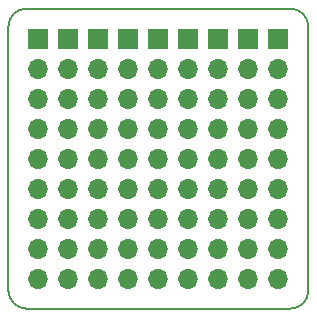
<source format=gbr>
%TF.GenerationSoftware,KiCad,Pcbnew,5.0.2+dfsg1-1~bpo9+1*%
%TF.CreationDate,2019-08-30T14:17:28+02:00*%
%TF.ProjectId,PROTOBOARD,50524f54-4f42-44f4-9152-442e6b696361,1.0*%
%TF.SameCoordinates,Original*%
%TF.FileFunction,Copper,L1,Top*%
%TF.FilePolarity,Positive*%
%FSLAX46Y46*%
G04 Gerber Fmt 4.6, Leading zero omitted, Abs format (unit mm)*
G04 Created by KiCad (PCBNEW 5.0.2+dfsg1-1~bpo9+1) date Fri 30 Aug 2019 02:17:28 PM CEST*
%MOMM*%
%LPD*%
G01*
G04 APERTURE LIST*
%ADD10C,0.150000*%
%ADD11R,1.700000X1.700000*%
%ADD12O,1.700000X1.700000*%
G04 APERTURE END LIST*
D10*
X119380000Y-49784000D02*
X119380000Y-72136000D01*
X143256000Y-48260000D02*
X120904000Y-48260000D01*
X144780000Y-72136000D02*
X144780000Y-49784000D01*
X120904000Y-73660000D02*
X143256000Y-73660000D01*
X143256000Y-48260000D02*
G75*
G02X144780000Y-49784000I0J-1524000D01*
G01*
X119380000Y-49784000D02*
G75*
G02X120904000Y-48260000I1524000J0D01*
G01*
X120904000Y-73660000D02*
G75*
G02X119380000Y-72136000I0J1524000D01*
G01*
X144780000Y-72136000D02*
G75*
G02X143256000Y-73660000I-1524000J0D01*
G01*
D11*
X142240000Y-50800000D03*
D12*
X142240000Y-53340000D03*
X142240000Y-55880000D03*
X142240000Y-58420000D03*
X142240000Y-60960000D03*
X142240000Y-63500000D03*
X142240000Y-66040000D03*
X142240000Y-68580000D03*
X142240000Y-71120000D03*
X139700000Y-71120000D03*
X139700000Y-68580000D03*
X139700000Y-66040000D03*
X139700000Y-63500000D03*
X139700000Y-60960000D03*
X139700000Y-58420000D03*
X139700000Y-55880000D03*
X139700000Y-53340000D03*
D11*
X139700000Y-50800000D03*
X137160000Y-50800000D03*
D12*
X137160000Y-53340000D03*
X137160000Y-55880000D03*
X137160000Y-58420000D03*
X137160000Y-60960000D03*
X137160000Y-63500000D03*
X137160000Y-66040000D03*
X137160000Y-68580000D03*
X137160000Y-71120000D03*
X134620000Y-71120000D03*
X134620000Y-68580000D03*
X134620000Y-66040000D03*
X134620000Y-63500000D03*
X134620000Y-60960000D03*
X134620000Y-58420000D03*
X134620000Y-55880000D03*
X134620000Y-53340000D03*
D11*
X134620000Y-50800000D03*
X132080000Y-50800000D03*
D12*
X132080000Y-53340000D03*
X132080000Y-55880000D03*
X132080000Y-58420000D03*
X132080000Y-60960000D03*
X132080000Y-63500000D03*
X132080000Y-66040000D03*
X132080000Y-68580000D03*
X132080000Y-71120000D03*
X129540000Y-71120000D03*
X129540000Y-68580000D03*
X129540000Y-66040000D03*
X129540000Y-63500000D03*
X129540000Y-60960000D03*
X129540000Y-58420000D03*
X129540000Y-55880000D03*
X129540000Y-53340000D03*
D11*
X129540000Y-50800000D03*
X127000000Y-50800000D03*
D12*
X127000000Y-53340000D03*
X127000000Y-55880000D03*
X127000000Y-58420000D03*
X127000000Y-60960000D03*
X127000000Y-63500000D03*
X127000000Y-66040000D03*
X127000000Y-68580000D03*
X127000000Y-71120000D03*
X124460000Y-71120000D03*
X124460000Y-68580000D03*
X124460000Y-66040000D03*
X124460000Y-63500000D03*
X124460000Y-60960000D03*
X124460000Y-58420000D03*
X124460000Y-55880000D03*
X124460000Y-53340000D03*
D11*
X124460000Y-50800000D03*
X121920000Y-50800000D03*
D12*
X121920000Y-53340000D03*
X121920000Y-55880000D03*
X121920000Y-58420000D03*
X121920000Y-60960000D03*
X121920000Y-63500000D03*
X121920000Y-66040000D03*
X121920000Y-68580000D03*
X121920000Y-71120000D03*
M02*

</source>
